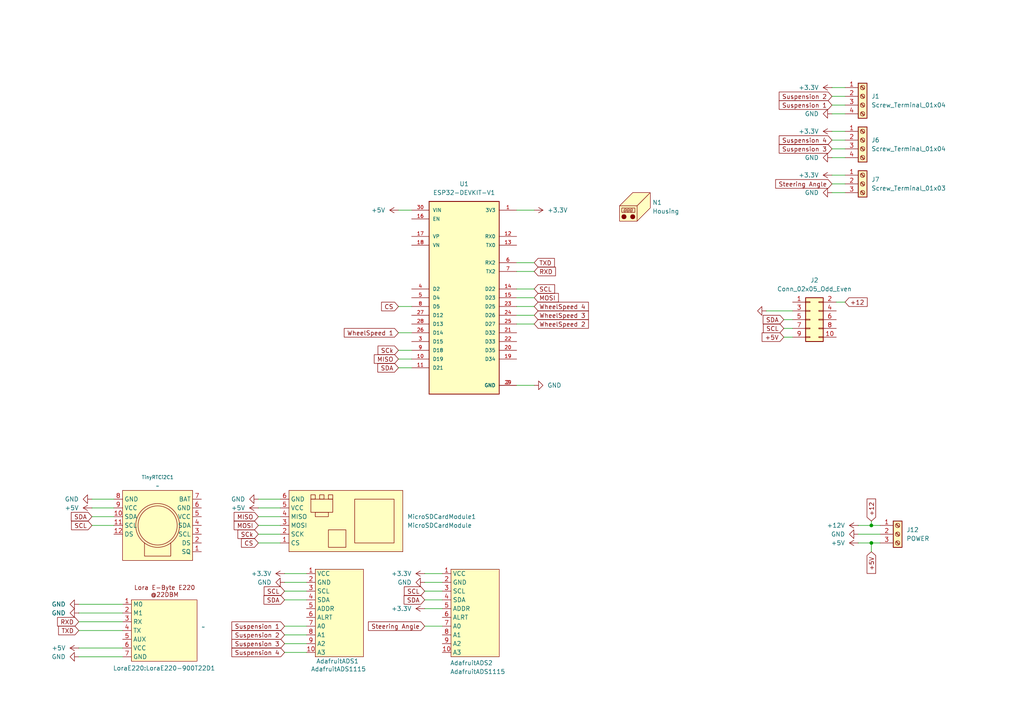
<source format=kicad_sch>
(kicad_sch (version 20250114) (generator "eeschema") (generator_version "9.0")
  (paper "A4")
  (lib_symbols
    (symbol "Adafruit ADS1115:Adafruit_ADS1115"
      (property "Reference" "AdafruitADS1115" (at 6.35 0.254 90))
      (property "Value" "AdafruitADS1115" (at 1.524 -14.478 0))
      (symbol "Adafruit_ADS1115_1_1"
        (rectangle (start -5.08 12.7) (end 8.89 -12.7) (fill (type background)))
        (pin power_in line (at -7.62 11.43 0) (length 2.54) (name "VCC") (number "1"))
        (pin power_in line (at -7.62 8.89 0) (length 2.54) (name "GND") (number "2"))
        (pin input line (at -7.62 6.35 0) (length 2.54) (name "SCL") (number "3"))
        (pin input line (at -7.62 3.81 0) (length 2.54) (name "SDA") (number "4"))
        (pin input line (at -7.62 1.27 0) (length 2.54) (name "ADDR") (number "5"))
        (pin input line (at -7.62 -1.27 0) (length 2.54) (name "ALRT") (number "6"))
        (pin input line (at -7.62 -3.81 0) (length 2.54) (name "A0") (number "7"))
        (pin input line (at -7.62 -6.35 0) (length 2.54) (name "A1") (number "8"))
        (pin input line (at -7.62 -8.89 0) (length 2.54) (name "A2") (number "9"))
        (pin input line (at -7.62 -11.43 0) (length 2.54) (name "A3") (number "10"))
      )
    )
    (symbol "Adafruit_ADS1115_1"
      (property "Reference" "AdafruitADS1115" (at 6.35 0.254 90))
      (property "Value" "AdafruitADS1115" (at 1.524 -14.478 0))
      (symbol "Adafruit_ADS1115_1_1_1"
        (rectangle (start -5.08 12.7) (end 8.89 -12.7) (fill (type background)))
        (pin power_in line (at -7.62 11.43 0) (length 2.54) (name "VCC") (number "1"))
        (pin power_in line (at -7.62 8.89 0) (length 2.54) (name "GND") (number "2"))
        (pin input line (at -7.62 6.35 0) (length 2.54) (name "SCL") (number "3"))
        (pin input line (at -7.62 3.81 0) (length 2.54) (name "SDA") (number "4"))
        (pin input line (at -7.62 1.27 0) (length 2.54) (name "ADDR") (number "5"))
        (pin input line (at -7.62 -1.27 0) (length 2.54) (name "ALRT") (number "6"))
        (pin input line (at -7.62 -3.81 0) (length 2.54) (name "A0") (number "7"))
        (pin input line (at -7.62 -6.35 0) (length 2.54) (name "A1") (number "8"))
        (pin input line (at -7.62 -8.89 0) (length 2.54) (name "A2") (number "9"))
        (pin input line (at -7.62 -11.43 0) (length 2.54) (name "A3") (number "10"))
      )
    )
    (symbol "Connector:Screw_Terminal_01x03" (pin_names (offset 1.016) (hide yes))
      (property "Reference" "J" (at 0 5.08 0))
      (property "Value" "Screw_Terminal_01x03" (at 0 -5.08 0))
      (symbol "Screw_Terminal_01x03_1_1"
        (rectangle (start -1.27 3.81) (end 1.27 -3.81) (stroke (width 0.254)) (fill (type background)))
        (polyline (pts (xy -0.5334 2.8702) (xy 0.3302 2.032)) (stroke (width 0.1524)))
        (polyline (pts (xy -0.5334 0.3302) (xy 0.3302 -0.508)) (stroke (width 0.1524)))
        (polyline (pts (xy -0.5334 -2.2098) (xy 0.3302 -3.048)) (stroke (width 0.1524)))
        (polyline (pts (xy -0.3556 3.048) (xy 0.508 2.2098)) (stroke (width 0.1524)))
        (polyline (pts (xy -0.3556 0.508) (xy 0.508 -0.3302)) (stroke (width 0.1524)))
        (polyline (pts (xy -0.3556 -2.032) (xy 0.508 -2.8702)) (stroke (width 0.1524)))
        (circle (center 0 2.54) (radius 0.635) (stroke (width 0.1524)))
        (circle (center 0 0) (radius 0.635) (stroke (width 0.1524)))
        (circle (center 0 -2.54) (radius 0.635) (stroke (width 0.1524)))
        (pin passive line (at -5.08 2.54 0) (length 3.81) (name "Pin_1") (number "1"))
        (pin passive line (at -5.08 0 0) (length 3.81) (name "Pin_2") (number "2"))
        (pin passive line (at -5.08 -2.54 0) (length 3.81) (name "Pin_3") (number "3"))
      )
    )
    (symbol "Connector:Screw_Terminal_01x04" (pin_names (offset 1.016) (hide yes))
      (property "Reference" "J" (at 0 5.08 0))
      (property "Value" "Screw_Terminal_01x04" (at 0 -7.62 0))
      (symbol "Screw_Terminal_01x04_1_1"
        (rectangle (start -1.27 3.81) (end 1.27 -6.35) (stroke (width 0.254)) (fill (type background)))
        (polyline (pts (xy -0.5334 2.8702) (xy 0.3302 2.032)) (stroke (width 0.1524)))
        (polyline (pts (xy -0.5334 0.3302) (xy 0.3302 -0.508)) (stroke (width 0.1524)))
        (polyline (pts (xy -0.5334 -2.2098) (xy 0.3302 -3.048)) (stroke (width 0.1524)))
        (polyline (pts (xy -0.5334 -4.7498) (xy 0.3302 -5.588)) (stroke (width 0.1524)))
        (polyline (pts (xy -0.3556 3.048) (xy 0.508 2.2098)) (stroke (width 0.1524)))
        (polyline (pts (xy -0.3556 0.508) (xy 0.508 -0.3302)) (stroke (width 0.1524)))
        (polyline (pts (xy -0.3556 -2.032) (xy 0.508 -2.8702)) (stroke (width 0.1524)))
        (polyline (pts (xy -0.3556 -4.572) (xy 0.508 -5.4102)) (stroke (width 0.1524)))
        (circle (center 0 2.54) (radius 0.635) (stroke (width 0.1524)))
        (circle (center 0 0) (radius 0.635) (stroke (width 0.1524)))
        (circle (center 0 -2.54) (radius 0.635) (stroke (width 0.1524)))
        (circle (center 0 -5.08) (radius 0.635) (stroke (width 0.1524)))
        (pin passive line (at -5.08 2.54 0) (length 3.81) (name "Pin_1") (number "1"))
        (pin passive line (at -5.08 0 0) (length 3.81) (name "Pin_2") (number "2"))
        (pin passive line (at -5.08 -2.54 0) (length 3.81) (name "Pin_3") (number "3"))
        (pin passive line (at -5.08 -5.08 0) (length 3.81) (name "Pin_4") (number "4"))
      )
    )
    (symbol "Connector_Generic:Conn_02x05_Odd_Even" (pin_names (offset 1.016) (hide yes))
      (property "Reference" "J" (at 1.27 7.62 0))
      (property "Value" "Conn_02x05_Odd_Even" (at 1.27 -7.62 0))
      (symbol "Conn_02x05_Odd_Even_1_1"
        (rectangle (start -1.27 6.35) (end 3.81 -6.35) (stroke (width 0.254)) (fill (type background)))
        (rectangle (start -1.27 5.207) (end 0 4.953) (stroke (width 0.1524)))
        (rectangle (start -1.27 2.667) (end 0 2.413) (stroke (width 0.1524)))
        (rectangle (start -1.27 0.127) (end 0 -0.127) (stroke (width 0.1524)))
        (rectangle (start -1.27 -2.413) (end 0 -2.667) (stroke (width 0.1524)))
        (rectangle (start -1.27 -4.953) (end 0 -5.207) (stroke (width 0.1524)))
        (rectangle (start 3.81 5.207) (end 2.54 4.953) (stroke (width 0.1524)))
        (rectangle (start 3.81 2.667) (end 2.54 2.413) (stroke (width 0.1524)))
        (rectangle (start 3.81 0.127) (end 2.54 -0.127) (stroke (width 0.1524)))
        (rectangle (start 3.81 -2.413) (end 2.54 -2.667) (stroke (width 0.1524)))
        (rectangle (start 3.81 -4.953) (end 2.54 -5.207) (stroke (width 0.1524)))
        (pin passive line (at -5.08 5.08 0) (length 3.81) (name "Pin_1") (number "1"))
        (pin passive line (at -5.08 2.54 0) (length 3.81) (name "Pin_3") (number "3"))
        (pin passive line (at -5.08 0 0) (length 3.81) (name "Pin_5") (number "5"))
        (pin passive line (at -5.08 -2.54 0) (length 3.81) (name "Pin_7") (number "7"))
        (pin passive line (at -5.08 -5.08 0) (length 3.81) (name "Pin_9") (number "9"))
        (pin passive line (at 7.62 5.08 180) (length 3.81) (name "Pin_2") (number "2"))
        (pin passive line (at 7.62 2.54 180) (length 3.81) (name "Pin_4") (number "4"))
        (pin passive line (at 7.62 0 180) (length 3.81) (name "Pin_6") (number "6"))
        (pin passive line (at 7.62 -2.54 180) (length 3.81) (name "Pin_8") (number "8"))
        (pin passive line (at 7.62 -5.08 180) (length 3.81) (name "Pin_10") (number "10"))
      )
    )
    (symbol "ESP32-DEVKIT-V1:ESP32-DEVKIT-V1" (pin_names (offset 1.016))
      (property "Reference" "U" (at -10.16 30.48 0))
      (property "Value" "ESP32-DEVKIT-V1" (at -10.16 -30.48 0))
      (symbol "ESP32-DEVKIT-V1_0_0"
        (rectangle (start -10.16 -27.94) (end 10.16 27.94) (stroke (width 0.254)) (fill (type background)))
        (pin input line (at -15.24 25.4 0) (length 5.08) (name "VIN") (number "30"))
        (pin input line (at -15.24 22.86 0) (length 5.08) (name "EN") (number "16"))
        (pin bidirectional line (at -15.24 17.78 0) (length 5.08) (name "VP") (number "17"))
        (pin bidirectional line (at -15.24 15.24 0) (length 5.08) (name "VN") (number "18"))
        (pin bidirectional line (at -15.24 2.54 0) (length 5.08) (name "D2") (number "4"))
        (pin bidirectional line (at -15.24 0 0) (length 5.08) (name "D4") (number "5"))
        (pin bidirectional line (at -15.24 -2.54 0) (length 5.08) (name "D5") (number "8"))
        (pin bidirectional line (at -15.24 -5.08 0) (length 5.08) (name "D12") (number "27"))
        (pin bidirectional line (at -15.24 -7.62 0) (length 5.08) (name "D13") (number "28"))
        (pin bidirectional line (at -15.24 -10.16 0) (length 5.08) (name "D14") (number "26"))
        (pin bidirectional line (at -15.24 -12.7 0) (length 5.08) (name "D15") (number "3"))
        (pin bidirectional line (at -15.24 -15.24 0) (length 5.08) (name "D18") (number "9"))
        (pin bidirectional line (at -15.24 -17.78 0) (length 5.08) (name "D19") (number "10"))
        (pin bidirectional line (at -15.24 -20.32 0) (length 5.08) (name "D21") (number "11"))
        (pin output line (at 15.24 25.4 180) (length 5.08) (name "3V3") (number "1"))
        (pin input line (at 15.24 17.78 180) (length 5.08) (name "RX0") (number "12"))
        (pin output line (at 15.24 15.24 180) (length 5.08) (name "TX0") (number "13"))
        (pin input line (at 15.24 10.16 180) (length 5.08) (name "RX2") (number "6"))
        (pin output line (at 15.24 7.62 180) (length 5.08) (name "TX2") (number "7"))
        (pin bidirectional line (at 15.24 2.54 180) (length 5.08) (name "D22") (number "14"))
        (pin bidirectional line (at 15.24 0 180) (length 5.08) (name "D23") (number "15"))
        (pin bidirectional line (at 15.24 -2.54 180) (length 5.08) (name "D25") (number "23"))
        (pin bidirectional line (at 15.24 -5.08 180) (length 5.08) (name "D26") (number "24"))
        (pin bidirectional line (at 15.24 -7.62 180) (length 5.08) (name "D27") (number "25"))
        (pin bidirectional line (at 15.24 -10.16 180) (length 5.08) (name "D32") (number "21"))
        (pin bidirectional line (at 15.24 -12.7 180) (length 5.08) (name "D33") (number "22"))
        (pin bidirectional line (at 15.24 -15.24 180) (length 5.08) (name "D35") (number "20"))
        (pin bidirectional line (at 15.24 -17.78 180) (length 5.08) (name "D34") (number "19"))
        (pin power_in line (at 15.24 -25.4 180) (length 5.08) (name "GND") (number "2"))
        (pin power_in line (at 15.24 -25.4 180) (length 5.08) (name "GND") (number "29"))
      )
    )
    (symbol "Lora:Lora_E220"
      (property "Reference" "U" (at 3.81 3.048 0))
      (symbol "Lora_E220_1_1"
        (rectangle (start -8.89 11.43) (end 10.16 -6.35) (fill (type background)))
        (text "Lora E-Byte E220\n@22DBM" (at 0.762 13.97 0) (effects (font (size 1.27 1.27))))
        (pin input line (at -11.43 10.16 0) (length 2.54) (name "M0") (number "1"))
        (pin input line (at -11.43 7.62 0) (length 2.54) (name "M1") (number "2"))
        (pin output line (at -11.43 5.08 0) (length 2.54) (name "RX") (number "3"))
        (pin input line (at -11.43 2.54 0) (length 2.54) (name "TX") (number "4"))
        (pin input line (at -11.43 0 0) (length 2.54) (name "AUX") (number "5"))
        (pin power_in line (at -11.43 -2.54 0) (length 2.54) (name "VCC") (number "6"))
        (pin power_in line (at -11.43 -5.08 0) (length 2.54) (name "GND") (number "7"))
      )
    )
    (symbol "Mechanical:Housing" (pin_names (offset 1.016)) (exclude_from_sim yes)
      (property "Reference" "N" (at 3.81 0 0))
      (property "Value" "Housing" (at 3.81 -1.905 0))
      (symbol "Housing_0_1"
        (polyline (pts (xy -5.715 0) (xy -0.635 0) (xy 3.175 3.81)))
        (polyline (pts (xy -5.715 0) (xy -5.715 -4.445) (xy -0.635 -4.445) (xy 3.175 -0.635) (xy 3.175 3.81) (xy -1.905 3.81) (xy -5.715 0)) (fill (type background)))
        (rectangle (start -5.08 -0.635) (end -1.27 -1.905))
        (polyline (pts (xy -4.5212 -1.5748) (xy -4.4704 -1.3716)))
        (circle (center -4.445 -3.175) (radius 0.635) (fill (type outline)))
        (polyline (pts (xy -4.4196 -1.2192) (xy -4.3688 -0.9652)))
        (polyline (pts (xy -4.4196 -1.6764) (xy -4.064 -1.6764)))
        (polyline (pts (xy -4.318 -1.3208) (xy -4.0132 -1.3208)))
        (polyline (pts (xy -4.2164 -0.9144) (xy -3.9116 -0.9144)))
        (polyline (pts (xy -3.9116 -1.6256) (xy -3.8608 -1.3716)))
        (polyline (pts (xy -3.81 -1.2192) (xy -3.7592 -0.9652)))
        (polyline (pts (xy -3.6068 -1.5748) (xy -3.556 -1.3716)))
        (polyline (pts (xy -3.5052 -1.2192) (xy -3.4544 -0.9652)))
        (polyline (pts (xy -3.5052 -1.6764) (xy -3.1496 -1.6764)))
        (polyline (pts (xy -3.4036 -1.3208) (xy -3.0988 -1.3208)))
        (polyline (pts (xy -3.302 -0.9144) (xy -2.9972 -0.9144)))
        (polyline (pts (xy -2.9972 -1.6256) (xy -2.9464 -1.3716)))
        (polyline (pts (xy -2.8956 -1.2192) (xy -2.8448 -0.9652)))
        (polyline (pts (xy -2.6924 -1.5748) (xy -2.6416 -1.3716)))
        (polyline (pts (xy -2.5908 -1.2192) (xy -2.54 -0.9652)))
        (polyline (pts (xy -2.5908 -1.6764) (xy -2.2352 -1.6764)))
        (polyline (pts (xy -2.4892 -1.3208) (xy -2.1844 -1.3208)))
        (polyline (pts (xy -2.3876 -0.9144) (xy -2.0828 -0.9144)))
        (polyline (pts (xy -2.0828 -1.6256) (xy -2.032 -1.3716)))
        (polyline (pts (xy -1.9812 -1.2192) (xy -1.9304 -0.9652)))
        (circle (center -1.905 -3.175) (radius 0.635) (fill (type outline)))
        (polyline (pts (xy -0.635 0) (xy -0.635 -4.445)))
      )
    )
    (symbol "MicroSDCard Module:MicroSDCard_Module"
      (property "Reference" "MicroSDCardModule" (at 0 0 0))
      (property "Value" "MicroSDCardModule" (at 0 0 0))
      (symbol "MicroSDCard_Module_0_1"
        (rectangle (start -30.48 17.78) (end -19.05 5.08))
        (rectangle (start -16.51 19.05) (end -11.43 13.97))
        (rectangle (start -12.7 8.89) (end -6.35 5.08))
        (rectangle (start -11.43 8.89) (end -7.62 10.16))
        (rectangle (start -11.43 5.08) (end -12.7 3.81))
        (rectangle (start -10.16 5.08) (end -8.89 3.81))
        (rectangle (start -7.62 5.08) (end -6.35 3.81))
      )
      (symbol "MicroSDCard_Module_1_1"
        (rectangle (start -33.02 20.32) (end 0 2.54) (fill (type background)))
        (pin input line (at 2.54 17.78 180) (length 2.54) (name "CS") (number "1"))
        (pin input line (at 2.54 15.24 180) (length 2.54) (name "SCK") (number "2"))
        (pin input line (at 2.54 12.7 180) (length 2.54) (name "MOSI") (number "3"))
        (pin input line (at 2.54 10.16 180) (length 2.54) (name "MISO") (number "4"))
        (pin power_in line (at 2.54 7.62 180) (length 2.54) (name "VCC") (number "5"))
        (pin power_in line (at 2.54 5.08 180) (length 2.54) (name "GND") (number "6"))
      )
    )
    (symbol "TinyRTCi2C:Tiny_RTC_i2C"
      (property "Reference" "TinyRTCi2C" (at -0.254 8.636 0))
      (symbol "Tiny_RTC_i2C_0_1"
        (circle (center 0 0) (radius 5.6796))
        (circle (center 0 0) (radius 6.35))
        (polyline (pts (xy 3.81 -5.08) (xy 3.81 -8.89) (xy -3.81 -8.89) (xy -3.81 -5.08)))
      )
      (symbol "Tiny_RTC_i2C_1_1"
        (rectangle (start -10.16 10.16) (end 10.16 -10.16) (fill (type background)))
        (pin power_in line (at -12.7 7.62 0) (length 2.54) (name "GND") (number "8"))
        (pin power_in line (at -12.7 5.08 0) (length 2.54) (name "VCC") (number "9"))
        (pin input line (at -12.7 2.54 0) (length 2.54) (name "SDA") (number "10"))
        (pin input line (at -12.7 0 0) (length 2.54) (name "SCL") (number "11"))
        (pin input line (at -12.7 -2.54 0) (length 2.54) (name "DS") (number "12"))
        (pin power_in line (at 12.7 7.62 180) (length 2.54) (name "BAT") (number "7"))
        (pin power_in line (at 12.7 5.08 180) (length 2.54) (name "GND") (number "6"))
        (pin power_in line (at 12.7 2.54 180) (length 2.54) (name "VCC") (number "5"))
        (pin input line (at 12.7 0 180) (length 2.54) (name "SDA") (number "4"))
        (pin input line (at 12.7 -2.54 180) (length 2.54) (name "SCL") (number "3"))
        (pin input line (at 12.7 -5.08 180) (length 2.54) (name "DS") (number "2"))
        (pin input line (at 12.7 -7.62 180) (length 2.54) (name "SQ") (number "1"))
      )
    )
    (symbol "power:+12V" (power) (pin_numbers (hide yes)) (pin_names (offset 0) (hide yes))
      (property "Value" "+12V" (at 0 3.556 0))
      (symbol "+12V_0_1"
        (polyline (pts (xy -0.762 1.27) (xy 0 2.54)))
        (polyline (pts (xy 0 2.54) (xy 0.762 1.27)))
        (polyline (pts (xy 0 0) (xy 0 2.54)))
      )
      (symbol "+12V_1_1"
        (pin power_in line (at 0 0 90) (length 0) (name "~") (number "1"))
      )
    )
    (symbol "power:+3.3V" (power) (pin_numbers (hide yes)) (pin_names (offset 0) (hide yes))
      (property "Value" "+3.3V" (at 0 3.556 0))
      (symbol "+3.3V_0_1"
        (polyline (pts (xy -0.762 1.27) (xy 0 2.54)))
        (polyline (pts (xy 0 2.54) (xy 0.762 1.27)))
        (polyline (pts (xy 0 0) (xy 0 2.54)))
      )
      (symbol "+3.3V_1_1"
        (pin power_in line (at 0 0 90) (length 0) (name "~") (number "1"))
      )
    )
    (symbol "power:+5V" (power) (pin_numbers (hide yes)) (pin_names (offset 0) (hide yes))
      (property "Value" "+5V" (at 0 3.556 0))
      (symbol "+5V_0_1"
        (polyline (pts (xy -0.762 1.27) (xy 0 2.54)))
        (polyline (pts (xy 0 2.54) (xy 0.762 1.27)))
        (polyline (pts (xy 0 0) (xy 0 2.54)))
      )
      (symbol "+5V_1_1"
        (pin power_in line (at 0 0 90) (length 0) (name "~") (number "1"))
      )
    )
    (symbol "power:GND" (power) (pin_numbers (hide yes)) (pin_names (offset 0) (hide yes))
      (property "Value" "GND" (at 0 -3.81 0))
      (symbol "GND_0_1"
        (polyline (pts (xy 0 0) (xy 0 -1.27) (xy 1.27 -1.27) (xy 0 -2.54) (xy -1.27 -1.27) (xy 0 -1.27)))
      )
      (symbol "GND_1_1"
        (pin power_in line (at 0 0 270) (length 0) (name "~") (number "1"))
      )
    )
  )
  (junction (at 252.73 152.4))
  (junction (at 252.73 157.48))
  (wire (pts (xy 74.93 149.86) (xy 81.28 149.86)))
  (wire (pts (xy 22.86 190.5) (xy 35.56 190.5)))
  (wire (pts (xy 248.92 157.48) (xy 252.73 157.48)))
  (wire (pts (xy 149.86 60.96) (xy 154.94 60.96)))
  (wire (pts (xy 22.86 180.34) (xy 35.56 180.34)))
  (wire (pts (xy 252.73 152.4) (xy 255.27 152.4)))
  (wire (pts (xy 149.86 91.44) (xy 154.94 91.44)))
  (wire (pts (xy 149.86 86.36) (xy 154.94 86.36)))
  (wire (pts (xy 22.86 187.96) (xy 35.56 187.96)))
  (wire (pts (xy 115.57 60.96) (xy 119.38 60.96)))
  (wire (pts (xy 82.55 189.23) (xy 88.9 189.23)))
  (wire (pts (xy 149.86 76.2) (xy 154.94 76.2)))
  (wire (pts (xy 227.33 92.71) (xy 229.87 92.71)))
  (wire (pts (xy 123.19 173.99) (xy 128.27 173.99)))
  (wire (pts (xy 115.57 104.14) (xy 119.38 104.14)))
  (wire (pts (xy 241.3 27.94) (xy 245.11 27.94)))
  (wire (pts (xy 82.55 168.91) (xy 88.9 168.91)))
  (wire (pts (xy 252.73 157.48) (xy 252.73 160.02)))
  (wire (pts (xy 252.73 157.48) (xy 255.27 157.48)))
  (wire (pts (xy 149.86 78.74) (xy 154.94 78.74)))
  (wire (pts (xy 241.3 45.72) (xy 245.11 45.72)))
  (wire (pts (xy 82.55 171.45) (xy 88.9 171.45)))
  (wire (pts (xy 22.86 175.26) (xy 35.56 175.26)))
  (wire (pts (xy 241.3 43.18) (xy 245.11 43.18)))
  (wire (pts (xy 115.57 96.52) (xy 119.38 96.52)))
  (wire (pts (xy 74.93 157.48) (xy 81.28 157.48)))
  (wire (pts (xy 74.93 144.78) (xy 81.28 144.78)))
  (wire (pts (xy 241.3 53.34) (xy 245.11 53.34)))
  (wire (pts (xy 123.19 171.45) (xy 128.27 171.45)))
  (wire (pts (xy 74.93 152.4) (xy 81.28 152.4)))
  (wire (pts (xy 241.3 50.8) (xy 245.11 50.8)))
  (wire (pts (xy 82.55 173.99) (xy 88.9 173.99)))
  (wire (pts (xy 248.92 152.4) (xy 252.73 152.4)))
  (wire (pts (xy 248.92 154.94) (xy 255.27 154.94)))
  (wire (pts (xy 26.67 149.86) (xy 33.02 149.86)))
  (wire (pts (xy 241.3 40.64) (xy 245.11 40.64)))
  (wire (pts (xy 123.19 181.61) (xy 128.27 181.61)))
  (wire (pts (xy 115.57 88.9) (xy 119.38 88.9)))
  (wire (pts (xy 241.3 33.02) (xy 245.11 33.02)))
  (wire (pts (xy 74.93 154.94) (xy 81.28 154.94)))
  (wire (pts (xy 82.55 186.69) (xy 88.9 186.69)))
  (wire (pts (xy 26.67 152.4) (xy 33.02 152.4)))
  (wire (pts (xy 26.67 147.32) (xy 33.02 147.32)))
  (wire (pts (xy 82.55 166.37) (xy 88.9 166.37)))
  (wire (pts (xy 222.25 90.17) (xy 229.87 90.17)))
  (wire (pts (xy 115.57 101.6) (xy 119.38 101.6)))
  (wire (pts (xy 242.57 87.63) (xy 245.11 87.63)))
  (wire (pts (xy 227.33 95.25) (xy 229.87 95.25)))
  (wire (pts (xy 74.93 147.32) (xy 81.28 147.32)))
  (wire (pts (xy 26.67 144.78) (xy 33.02 144.78)))
  (wire (pts (xy 82.55 181.61) (xy 88.9 181.61)))
  (wire (pts (xy 241.3 55.88) (xy 245.11 55.88)))
  (wire (pts (xy 241.3 38.1) (xy 245.11 38.1)))
  (wire (pts (xy 149.86 83.82) (xy 154.94 83.82)))
  (wire (pts (xy 123.19 176.53) (xy 128.27 176.53)))
  (wire (pts (xy 149.86 111.76) (xy 154.94 111.76)))
  (wire (pts (xy 149.86 93.98) (xy 154.94 93.98)))
  (wire (pts (xy 241.3 30.48) (xy 245.11 30.48)))
  (wire (pts (xy 22.86 182.88) (xy 35.56 182.88)))
  (wire (pts (xy 115.57 106.68) (xy 119.38 106.68)))
  (wire (pts (xy 123.19 168.91) (xy 128.27 168.91)))
  (wire (pts (xy 149.86 88.9) (xy 154.94 88.9)))
  (wire (pts (xy 123.19 166.37) (xy 128.27 166.37)))
  (wire (pts (xy 252.73 151.13) (xy 252.73 152.4)))
  (wire (pts (xy 22.86 177.8) (xy 35.56 177.8)))
  (wire (pts (xy 241.3 25.4) (xy 245.11 25.4)))
  (wire (pts (xy 82.55 184.15) (xy 88.9 184.15)))
  (wire (pts (xy 227.33 97.79) (xy 229.87 97.79)))
  (global_label "WheelSpeed 1" (shape input) (at 115.57 96.52 180) (property "Intersheetrefs" "${INTERSHEET_REFS}" (effects (hide yes))))
  (global_label "SCk" (shape input) (at 74.93 154.94 180) (property "Intersheetrefs" "${INTERSHEET_REFS}" (effects (hide yes))))
  (global_label "+12" (shape input) (at 252.73 151.13 90) (property "Intersheetrefs" "${INTERSHEET_REFS}" (effects (hide yes))))
  (global_label "Suspension 4" (shape input) (at 82.55 189.23 180) (property "Intersheetrefs" "${INTERSHEET_REFS}" (effects (hide yes))))
  (global_label "WheelSpeed 2" (shape input) (at 154.94 93.98 0) (property "Intersheetrefs" "${INTERSHEET_REFS}" (effects (hide yes))))
  (global_label "SCL" (shape input) (at 227.33 95.25 180) (property "Intersheetrefs" "${INTERSHEET_REFS}" (effects (hide yes))))
  (global_label "SCL" (shape input) (at 154.94 83.82 0) (property "Intersheetrefs" "${INTERSHEET_REFS}" (effects (hide yes))))
  (global_label "SDA" (shape input) (at 115.57 106.68 180) (property "Intersheetrefs" "${INTERSHEET_REFS}" (effects (hide yes))))
  (global_label "Suspension 2" (shape input) (at 241.3 27.94 180) (property "Intersheetrefs" "${INTERSHEET_REFS}" (effects (hide yes))))
  (global_label "SCL" (shape input) (at 123.19 171.45 180) (property "Intersheetrefs" "${INTERSHEET_REFS}" (effects (hide yes))))
  (global_label "+5V" (shape input) (at 252.73 160.02 270) (property "Intersheetrefs" "${INTERSHEET_REFS}" (effects (hide yes))))
  (global_label "SDA" (shape input) (at 26.67 149.86 180) (property "Intersheetrefs" "${INTERSHEET_REFS}" (effects (hide yes))))
  (global_label "RXD" (shape input) (at 22.86 180.34 180) (property "Intersheetrefs" "${INTERSHEET_REFS}" (effects (hide yes))))
  (global_label "WheelSpeed 3" (shape input) (at 154.94 91.44 0) (property "Intersheetrefs" "${INTERSHEET_REFS}" (effects (hide yes))))
  (global_label "CS" (shape input) (at 74.93 157.48 180) (property "Intersheetrefs" "${INTERSHEET_REFS}" (effects (hide yes))))
  (global_label "SDA" (shape input) (at 82.55 173.99 180) (property "Intersheetrefs" "${INTERSHEET_REFS}" (effects (hide yes))))
  (global_label "Steering Angle" (shape input) (at 123.19 181.61 180) (property "Intersheetrefs" "${INTERSHEET_REFS}" (effects (hide yes))))
  (global_label "Suspension 1" (shape input) (at 241.3 30.48 180) (property "Intersheetrefs" "${INTERSHEET_REFS}" (effects (hide yes))))
  (global_label "SCk" (shape input) (at 115.57 101.6 180) (property "Intersheetrefs" "${INTERSHEET_REFS}" (effects (hide yes))))
  (global_label "Suspension 1" (shape input) (at 82.55 181.61 180) (property "Intersheetrefs" "${INTERSHEET_REFS}" (effects (hide yes))))
  (global_label "MOSI" (shape input) (at 74.93 152.4 180) (property "Intersheetrefs" "${INTERSHEET_REFS}" (effects (hide yes))))
  (global_label "RXD" (shape input) (at 154.94 78.74 0) (property "Intersheetrefs" "${INTERSHEET_REFS}" (effects (hide yes))))
  (global_label "+5V" (shape input) (at 227.33 97.79 180) (property "Intersheetrefs" "${INTERSHEET_REFS}" (effects (hide yes))))
  (global_label "TXD" (shape input) (at 154.94 76.2 0) (property "Intersheetrefs" "${INTERSHEET_REFS}" (effects (hide yes))))
  (global_label "Suspension 2" (shape input) (at 82.55 184.15 180) (property "Intersheetrefs" "${INTERSHEET_REFS}" (effects (hide yes))))
  (global_label "SCL" (shape input) (at 82.55 171.45 180) (property "Intersheetrefs" "${INTERSHEET_REFS}" (effects (hide yes))))
  (global_label "SCL" (shape input) (at 26.67 152.4 180) (property "Intersheetrefs" "${INTERSHEET_REFS}" (effects (hide yes))))
  (global_label "Suspension 3" (shape input) (at 241.3 43.18 180) (property "Intersheetrefs" "${INTERSHEET_REFS}" (effects (hide yes))))
  (global_label "MISO" (shape input) (at 115.57 104.14 180) (property "Intersheetrefs" "${INTERSHEET_REFS}" (effects (hide yes))))
  (global_label "WheelSpeed 4" (shape input) (at 154.94 88.9 0) (property "Intersheetrefs" "${INTERSHEET_REFS}" (effects (hide yes))))
  (global_label "Steering Angle" (shape input) (at 241.3 53.34 180) (property "Intersheetrefs" "${INTERSHEET_REFS}" (effects (hide yes))))
  (global_label "SDA" (shape input) (at 227.33 92.71 180) (property "Intersheetrefs" "${INTERSHEET_REFS}" (effects (hide yes))))
  (global_label "Suspension 3" (shape input) (at 82.55 186.69 180) (property "Intersheetrefs" "${INTERSHEET_REFS}" (effects (hide yes))))
  (global_label "+12" (shape input) (at 245.11 87.63 0) (property "Intersheetrefs" "${INTERSHEET_REFS}" (effects (hide yes))))
  (global_label "MISO" (shape input) (at 74.93 149.86 180) (property "Intersheetrefs" "${INTERSHEET_REFS}" (effects (hide yes))))
  (global_label "SDA" (shape input) (at 123.19 173.99 180) (property "Intersheetrefs" "${INTERSHEET_REFS}" (effects (hide yes))))
  (global_label "MOSI" (shape input) (at 154.94 86.36 0) (property "Intersheetrefs" "${INTERSHEET_REFS}" (effects (hide yes))))
  (global_label "Suspension 4" (shape input) (at 241.3 40.64 180) (property "Intersheetrefs" "${INTERSHEET_REFS}" (effects (hide yes))))
  (global_label "TXD" (shape input) (at 22.86 182.88 180) (property "Intersheetrefs" "${INTERSHEET_REFS}" (effects (hide yes))))
  (global_label "CS" (shape input) (at 115.57 88.9 180) (property "Intersheetrefs" "${INTERSHEET_REFS}" (effects (hide yes))))
  (symbol (lib_id "TinyRTCi2C:Tiny_RTC_i2C") (at 45.72 152.4 0) (unit 1)
    (property "Reference" "TinyRTCi2C1" (at 45.72 138.43 0) (effects (font (size 1.016 1.016))))
    (property "Value" "~" (at 45.72 140.97 0))
    (property "Footprint" "Tiny RTC i2C:Tiny RTC i2C" (effects (hide yes)))
  )
  (symbol (lib_id "power:GND") (at 82.55 168.91 270) (unit 1)
    (property "Reference" "#PWR05" (effects (hide yes)))
    (property "Value" "GND" (at 78.74 168.9099 90) (effects (justify right)))
    (property "Description" "Power symbol creates a global label with name \"GND\" , ground" (effects (hide yes)))
  )
  (symbol (lib_id "Connector:Screw_Terminal_01x04") (at 250.19 40.64 0) (unit 1)
    (property "Reference" "J6" (at 252.73 40.6399 0) (effects (justify left)))
    (property "Value" "Screw_Terminal_01x04" (at 252.73 43.1799 0) (effects (justify left)))
    (property "Footprint" "TerminalBlock_Phoenix:TerminalBlock_Phoenix_MKDS-1,5-4-5.08_1x04_P5.08mm_Horizontal" (effects (hide yes)))
    (property "Description" "Generic screw terminal, single row, 01x04, script generated (kicad-library-utils/schlib/autogen/connector/)" (effects (hide yes)))
  )
  (symbol (lib_id "power:+3.3V") (at 241.3 50.8 90) (unit 1)
    (property "Reference" "#PWR024" (effects (hide yes)))
    (property "Value" "+3.3V" (at 237.49 50.7999 90) (effects (justify left)))
    (property "Description" "Power symbol creates a global label with name \"+3.3V\"" (effects (hide yes)))
  )
  (symbol (lib_id "Mechanical:Housing") (at 185.42 59.69 0) (unit 1) (exclude_from_sim yes)
    (property "Reference" "N1" (at 189.23 58.7374 0) (effects (justify left)))
    (property "Value" "Housing" (at 189.23 61.2774 0) (effects (justify left)))
    (property "Footprint" "imu_stackup:IMU_Stackup" (effects (hide yes)))
    (property "Description" "Housing" (effects (hide yes)))
  )
  (symbol (lib_id "power:+12V") (at 248.92 152.4 90) (unit 1)
    (property "Reference" "#PWR020" (effects (hide yes)))
    (property "Value" "+12V" (at 245.11 152.3999 90) (effects (justify left)))
    (property "Description" "Power symbol creates a global label with name \"+12V\"" (effects (hide yes)))
  )
  (symbol (lib_id "power:GND") (at 26.67 144.78 270) (unit 1)
    (property "Reference" "#PWR036" (effects (hide yes)))
    (property "Value" "GND" (at 22.86 144.7799 90) (effects (justify right)))
    (property "Description" "Power symbol creates a global label with name \"GND\" , ground" (effects (hide yes)))
  )
  (symbol (lib_id "power:+3.3V") (at 154.94 60.96 270) (unit 1)
    (property "Reference" "#PWR033" (effects (hide yes)))
    (property "Value" "+3.3V" (at 158.75 60.9599 90) (effects (justify left)))
    (property "Description" "Power symbol creates a global label with name \"+3.3V\"" (effects (hide yes)))
  )
  (symbol (lib_id "power:GND") (at 241.3 45.72 270) (unit 1)
    (property "Reference" "#PWR017" (effects (hide yes)))
    (property "Value" "GND" (at 237.49 45.7199 90) (effects (justify right)))
    (property "Description" "Power symbol creates a global label with name \"GND\" , ground" (effects (hide yes)))
  )
  (symbol (lib_id "power:+5V") (at 248.92 157.48 90) (unit 1)
    (property "Reference" "#PWR021" (effects (hide yes)))
    (property "Value" "+5V" (at 245.11 157.4799 90) (effects (justify left)))
    (property "Description" "Power symbol creates a global label with name \"+5V\"" (effects (hide yes)))
  )
  (symbol (lib_id "Adafruit ADS1115:Adafruit_ADS1115") (at 135.89 177.8 0) (unit 1)
    (property "Reference" "AdafruitADS2" (at 130.556 192.278 0) (effects (justify left)))
    (property "Value" "AdafruitADS1115" (at 130.556 194.818 0) (effects (justify left)))
    (property "Footprint" "Adafruit ADS1115:Adafruit ADS1115" (effects (hide yes)))
  )
  (symbol (lib_id "power:+5V") (at 74.93 147.32 90) (unit 1)
    (property "Reference" "#PWR08" (effects (hide yes)))
    (property "Value" "+5V" (at 71.12 147.3199 90) (effects (justify left)))
    (property "Description" "Power symbol creates a global label with name \"+5V\"" (effects (hide yes)))
  )
  (symbol (lib_id "power:+3.3V") (at 241.3 38.1 90) (unit 1)
    (property "Reference" "#PWR023" (effects (hide yes)))
    (property "Value" "+3.3V" (at 237.49 38.0999 90) (effects (justify left)))
    (property "Description" "Power symbol creates a global label with name \"+3.3V\"" (effects (hide yes)))
  )
  (symbol (lib_id "Connector:Screw_Terminal_01x03") (at 260.35 154.94 0) (unit 1)
    (property "Reference" "J12" (at 262.89 153.6699 0) (effects (justify left)))
    (property "Value" "POWER" (at 262.89 156.2099 0) (effects (justify left)))
    (property "Footprint" "TerminalBlock_Phoenix:TerminalBlock_Phoenix_MKDS-1,5-3-5.08_1x03_P5.08mm_Horizontal" (effects (hide yes)))
    (property "Description" "Generic screw terminal, single row, 01x03, script generated (kicad-library-utils/schlib/autogen/connector/)" (effects (hide yes)))
  )
  (symbol (lib_name "Adafruit_ADS1115_1") (lib_id "Adafruit ADS1115:Adafruit_ADS1115") (at 96.52 177.8 0) (unit 1)
    (property "Reference" "AdafruitADS1" (at 91.694 191.77 0) (effects (justify left)))
    (property "Value" "AdafruitADS1115" (at 90.17 194.056 0) (effects (justify left)))
    (property "Footprint" "Adafruit ADS1115:Adafruit ADS1115" (effects (hide yes)))
  )
  (symbol (lib_id "Connector_Generic:Conn_02x05_Odd_Even") (at 234.95 92.71 0) (unit 1)
    (property "Reference" "J2" (at 236.22 81.28 0))
    (property "Value" "Conn_02x05_Odd_Even" (at 236.22 83.82 0))
    (property "Footprint" "Connector_IDC:IDC-Header_2x05_P2.54mm_Vertical" (effects (hide yes)))
    (property "Description" "Generic connector, double row, 02x05, odd/even pin numbering scheme (row 1 odd numbers, row 2 even numbers), script generated (kicad-library-utils/schlib/autogen/connector/)" (effects (hide yes)))
  )
  (symbol (lib_id "power:GND") (at 22.86 177.8 270) (unit 1)
    (property "Reference" "#PWR035" (effects (hide yes)))
    (property "Value" "GND" (at 19.05 177.7999 90) (effects (justify right)))
    (property "Description" "Power symbol creates a global label with name \"GND\" , ground" (effects (hide yes)))
  )
  (symbol (lib_id "power:+3.3V") (at 123.19 166.37 90) (unit 1)
    (property "Reference" "#PWR04" (effects (hide yes)))
    (property "Value" "+3.3V" (at 119.38 166.3699 90) (effects (justify left)))
    (property "Description" "Power symbol creates a global label with name \"+3.3V\"" (effects (hide yes)))
  )
  (symbol (lib_id "Connector:Screw_Terminal_01x04") (at 250.19 27.94 0) (unit 1)
    (property "Reference" "J1" (at 252.73 27.9399 0) (effects (justify left)))
    (property "Value" "Screw_Terminal_01x04" (at 252.73 30.4799 0) (effects (justify left)))
    (property "Footprint" "TerminalBlock_Phoenix:TerminalBlock_Phoenix_MKDS-1,5-4-5.08_1x04_P5.08mm_Horizontal" (effects (hide yes)))
    (property "Description" "Generic screw terminal, single row, 01x04, script generated (kicad-library-utils/schlib/autogen/connector/)" (effects (hide yes)))
  )
  (symbol (lib_id "power:GND") (at 123.19 168.91 270) (unit 1)
    (property "Reference" "#PWR06" (effects (hide yes)))
    (property "Value" "GND" (at 119.38 168.9099 90) (effects (justify right)))
    (property "Description" "Power symbol creates a global label with name \"GND\" , ground" (effects (hide yes)))
  )
  (symbol (lib_id "power:GND") (at 154.94 111.76 90) (unit 1)
    (property "Reference" "#PWR01" (effects (hide yes)))
    (property "Value" "GND" (at 158.75 111.7599 90) (effects (justify right)))
    (property "Description" "Power symbol creates a global label with name \"GND\" , ground" (effects (hide yes)))
  )
  (symbol (lib_id "power:GND") (at 222.25 90.17 270) (unit 1)
    (property "Reference" "#PWR012" (effects (hide yes)))
    (property "Value" "GND" (effects (hide yes)))
    (property "Description" "Power symbol creates a global label with name \"GND\" , ground" (effects (hide yes)))
  )
  (symbol (lib_id "Lora:Lora_E220") (at 46.99 185.42 0) (unit 1)
    (property "Reference" "LoraE220:LoraE220-900T22D1" (at 32.766 193.802 0) (effects (justify left)))
    (property "Value" "~" (at 58.42 181.858 0) (effects (justify left)))
    (property "Footprint" "Lora E220:Lora E220-900T22D" (effects (hide yes)))
  )
  (symbol (lib_id "power:GND") (at 22.86 175.26 270) (unit 1)
    (property "Reference" "#PWR034" (effects (hide yes)))
    (property "Value" "GND" (at 19.05 175.2599 90) (effects (justify right)))
    (property "Description" "Power symbol creates a global label with name \"GND\" , ground" (effects (hide yes)))
  )
  (symbol (lib_id "power:GND") (at 241.3 33.02 270) (unit 1)
    (property "Reference" "#PWR018" (effects (hide yes)))
    (property "Value" "GND" (at 237.49 33.0199 90) (effects (justify right)))
    (property "Description" "Power symbol creates a global label with name \"GND\" , ground" (effects (hide yes)))
  )
  (symbol (lib_id "power:+5V") (at 115.57 60.96 90) (unit 1)
    (property "Reference" "#PWR02" (effects (hide yes)))
    (property "Value" "+5V" (at 111.76 60.9599 90) (effects (justify left)))
    (property "Description" "Power symbol creates a global label with name \"+5V\"" (effects (hide yes)))
  )
  (symbol (lib_id "power:+3.3V") (at 123.19 176.53 90) (unit 1)
    (property "Reference" "#PWR07" (effects (hide yes)))
    (property "Value" "+3.3V" (at 119.38 176.5299 90) (effects (justify left)))
    (property "Description" "Power symbol creates a global label with name \"+3.3V\"" (effects (hide yes)))
  )
  (symbol (lib_id "power:+5V") (at 22.86 187.96 90) (unit 1)
    (property "Reference" "#PWR011" (effects (hide yes)))
    (property "Value" "+5V" (at 19.05 187.9599 90) (effects (justify left)))
    (property "Description" "Power symbol creates a global label with name \"+5V\"" (effects (hide yes)))
  )
  (symbol (lib_id "power:GND") (at 248.92 154.94 270) (unit 1)
    (property "Reference" "#PWR019" (effects (hide yes)))
    (property "Value" "GND" (at 245.11 154.9399 90) (effects (justify right)))
    (property "Description" "Power symbol creates a global label with name \"GND\" , ground" (effects (hide yes)))
  )
  (symbol (lib_id "power:GND") (at 241.3 55.88 270) (unit 1)
    (property "Reference" "#PWR016" (effects (hide yes)))
    (property "Value" "GND" (at 237.49 55.8799 90) (effects (justify right)))
    (property "Description" "Power symbol creates a global label with name \"GND\" , ground" (effects (hide yes)))
  )
  (symbol (lib_id "power:+3.3V") (at 241.3 25.4 90) (unit 1)
    (property "Reference" "#PWR022" (effects (hide yes)))
    (property "Value" "+3.3V" (at 237.49 25.3999 90) (effects (justify left)))
    (property "Description" "Power symbol creates a global label with name \"+3.3V\"" (effects (hide yes)))
  )
  (symbol (lib_id "power:+3.3V") (at 82.55 166.37 90) (unit 1)
    (property "Reference" "#PWR03" (effects (hide yes)))
    (property "Value" "+3.3V" (at 78.74 166.3699 90) (effects (justify left)))
    (property "Description" "Power symbol creates a global label with name \"+3.3V\"" (effects (hide yes)))
  )
  (symbol (lib_id "power:+5V") (at 26.67 147.32 90) (unit 1)
    (property "Reference" "#PWR037" (effects (hide yes)))
    (property "Value" "+5V" (at 22.86 147.3199 90) (effects (justify left)))
    (property "Description" "Power symbol creates a global label with name \"+5V\"" (effects (hide yes)))
  )
  (symbol (lib_id "power:GND") (at 22.86 190.5 270) (unit 1)
    (property "Reference" "#PWR010" (effects (hide yes)))
    (property "Value" "GND" (at 19.05 190.4999 90) (effects (justify right)))
    (property "Description" "Power symbol creates a global label with name \"GND\" , ground" (effects (hide yes)))
  )
  (symbol (lib_id "ESP32-DEVKIT-V1:ESP32-DEVKIT-V1") (at 134.62 86.36 0) (unit 1)
    (property "Reference" "U1" (at 134.62 53.34 0))
    (property "Value" "ESP32-DEVKIT-V1" (at 134.62 55.88 0))
    (property "Footprint" "ESP32-DEVKIT-V1:MODULE_ESP32_DEVKIT_V1" (effects (hide yes)))
    (property "MF" "Do it" (effects (hide yes)))
    (property "MAXIMUM_PACKAGE_HEIGHT" "6.8 mm" (effects (hide yes)))
    (property "Package" "None" (effects (hide yes)))
    (property "Price" "None" (effects (hide yes)))
    (property "Check_prices" "https://www.snapeda.com/parts/ESP32-DEVKIT-V1/Do+it/view-part/?ref=eda" (effects (hide yes)))
    (property "STANDARD" "Manufacturer Recommendations" (effects (hide yes)))
    (property "PARTREV" "N/A" (effects (hide yes)))
    (property "SnapEDA_Link" "https://www.snapeda.com/parts/ESP32-DEVKIT-V1/Do+it/view-part/?ref=snap" (effects (hide yes)))
    (property "MP" "ESP32-DEVKIT-V1" (effects (hide yes)))
    (property "Description_1" "\n                        \n                            Dual core, Wi-Fi: 2.4 GHz up to 150 Mbits/s,BLE (Bluetooth Low Energy) and legacy Bluetooth, 32 bits, Up to 240 MHz\n                        \n" (effects (hide yes)))
    (property "Availability" "Not in stock" (effects (hide yes)))
    (property "MANUFACTURER" "DOIT" (effects (hide yes)))
  )
  (symbol (lib_id "MicroSDCard Module:MicroSDCard_Module") (at 83.82 139.7 180) (unit 1)
    (property "Reference" "MicroSDCardModule1" (at 118.11 149.8599 0) (effects (justify right)))
    (property "Value" "MicroSDCardModule" (at 118.11 152.3999 0) (effects (justify right)))
    (property "Footprint" "MicroSDCard Module:MicroSDCard Module Inverted" (effects (hide yes)))
  )
  (symbol (lib_id "power:GND") (at 74.93 144.78 270) (unit 1)
    (property "Reference" "#PWR09" (effects (hide yes)))
    (property "Value" "GND" (at 71.12 144.7799 90) (effects (justify right)))
    (property "Description" "Power symbol creates a global label with name \"GND\" , ground" (effects (hide yes)))
  )
  (symbol (lib_id "Connector:Screw_Terminal_01x03") (at 250.19 53.34 0) (unit 1)
    (property "Reference" "J7" (at 252.73 52.0699 0) (effects (justify left)))
    (property "Value" "Screw_Terminal_01x03" (at 252.73 54.6099 0) (effects (justify left)))
    (property "Footprint" "TerminalBlock_Phoenix:TerminalBlock_Phoenix_MKDS-1,5-3-5.08_1x03_P5.08mm_Horizontal" (effects (hide yes)))
    (property "Description" "Generic screw terminal, single row, 01x03, script generated (kicad-library-utils/schlib/autogen/connector/)" (effects (hide yes)))
  )
)
</source>
